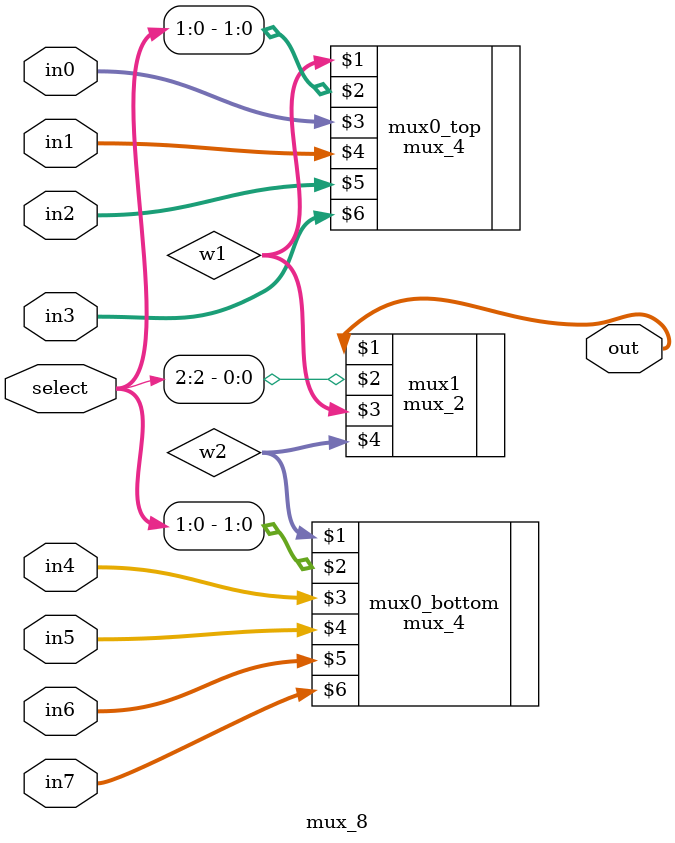
<source format=v>
module mux_8(out, select, in0, in1, in2, in3, in4, in5, in6, in7);
    input [2:0] select;
    input [31:0] in0, in1, in2, in3, in4, in5, in6, in7;
    output [31:0] out;
    wire [31:0] w1, w2;

    mux_4 mux0_top(w1, select[1:0], in0, in1, in2, in3);
    mux_4 mux0_bottom(w2, select[1:0], in4, in5, in6, in7);
    mux_2 mux1(out, select[2], w1, w2);
    
endmodule
</source>
